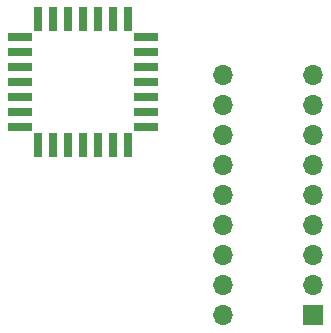
<source format=gbr>
%TF.GenerationSoftware,KiCad,Pcbnew,(5.1.6)-1*%
%TF.CreationDate,2021-02-27T12:52:12+00:00*%
%TF.ProjectId,EgretCudaAdapter,45677265-7443-4756-9461-416461707465,rev?*%
%TF.SameCoordinates,Original*%
%TF.FileFunction,Soldermask,Top*%
%TF.FilePolarity,Negative*%
%FSLAX46Y46*%
G04 Gerber Fmt 4.6, Leading zero omitted, Abs format (unit mm)*
G04 Created by KiCad (PCBNEW (5.1.6)-1) date 2021-02-27 12:52:12*
%MOMM*%
%LPD*%
G01*
G04 APERTURE LIST*
%ADD10O,1.700000X1.700000*%
%ADD11R,1.700000X1.700000*%
%ADD12R,2.025000X0.800000*%
%ADD13R,0.800000X2.025000*%
G04 APERTURE END LIST*
D10*
%TO.C,344-0440-B*%
X138880000Y-87700000D03*
X146500000Y-67380000D03*
X138880000Y-85160000D03*
X146500000Y-69920000D03*
X138880000Y-82620000D03*
X146500000Y-72460000D03*
X138880000Y-80080000D03*
X146500000Y-75000000D03*
X138880000Y-77540000D03*
X146500000Y-77540000D03*
X138880000Y-75000000D03*
X146500000Y-80080000D03*
X138880000Y-72460000D03*
X146500000Y-82620000D03*
X138880000Y-69920000D03*
X146500000Y-85160000D03*
X138880000Y-67380000D03*
D11*
X146500000Y-87700000D03*
%TD*%
D12*
%TO.C,344S0440-B*%
X121677500Y-71810000D03*
X121677500Y-70540000D03*
X121677500Y-69270000D03*
X121677500Y-68000000D03*
X121677500Y-66730000D03*
X121677500Y-65460000D03*
X121677500Y-64190000D03*
D13*
X123190000Y-62677500D03*
X124460000Y-62677500D03*
X125730000Y-62677500D03*
X127000000Y-62677500D03*
X128270000Y-62677500D03*
X129540000Y-62677500D03*
X130810000Y-62677500D03*
D12*
X132322500Y-64190000D03*
X132322500Y-65460000D03*
X132322500Y-66730000D03*
X132322500Y-68000000D03*
X132322500Y-69270000D03*
X132322500Y-70540000D03*
X132322500Y-71810000D03*
D13*
X123190000Y-73322500D03*
X124460000Y-73322500D03*
X125730000Y-73322500D03*
X130810000Y-73322500D03*
X129540000Y-73322500D03*
X128270000Y-73322500D03*
X127000000Y-73322500D03*
%TD*%
M02*

</source>
